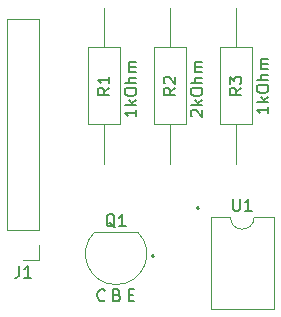
<source format=gto>
%TF.GenerationSoftware,KiCad,Pcbnew,(6.0.6)*%
%TF.CreationDate,2022-06-23T13:00:25-07:00*%
%TF.ProjectId,TipBlaster_V1,54697042-6c61-4737-9465-725f56312e6b,rev?*%
%TF.SameCoordinates,Original*%
%TF.FileFunction,Legend,Top*%
%TF.FilePolarity,Positive*%
%FSLAX46Y46*%
G04 Gerber Fmt 4.6, Leading zero omitted, Abs format (unit mm)*
G04 Created by KiCad (PCBNEW (6.0.6)) date 2022-06-23 13:00:25*
%MOMM*%
%LPD*%
G01*
G04 APERTURE LIST*
%ADD10C,0.250000*%
%ADD11C,0.150000*%
%ADD12C,0.120000*%
%ADD13O,1.600000X1.600000*%
%ADD14R,1.600000X1.600000*%
%ADD15C,1.600000*%
%ADD16O,1.050000X1.500000*%
%ADD17R,1.050000X1.500000*%
%ADD18R,1.700000X1.700000*%
%ADD19O,1.700000X1.700000*%
G04 APERTURE END LIST*
D10*
X14478000Y-24487142D02*
X14525619Y-24534761D01*
X14478000Y-24582380D01*
X14430380Y-24534761D01*
X14478000Y-24487142D01*
X14478000Y-24582380D01*
X18288000Y-20423142D02*
X18335619Y-20470761D01*
X18288000Y-20518380D01*
X18240380Y-20470761D01*
X18288000Y-20423142D01*
X18288000Y-20518380D01*
D11*
X12485714Y-27868571D02*
X12819047Y-27868571D01*
X12961904Y-28392380D02*
X12485714Y-28392380D01*
X12485714Y-27392380D01*
X12961904Y-27392380D01*
X11501428Y-27868571D02*
X11644285Y-27916190D01*
X11691904Y-27963809D01*
X11739523Y-28059047D01*
X11739523Y-28201904D01*
X11691904Y-28297142D01*
X11644285Y-28344761D01*
X11549047Y-28392380D01*
X11168095Y-28392380D01*
X11168095Y-27392380D01*
X11501428Y-27392380D01*
X11596666Y-27440000D01*
X11644285Y-27487619D01*
X11691904Y-27582857D01*
X11691904Y-27678095D01*
X11644285Y-27773333D01*
X11596666Y-27820952D01*
X11501428Y-27868571D01*
X11168095Y-27868571D01*
X10469523Y-28297142D02*
X10421904Y-28344761D01*
X10279047Y-28392380D01*
X10183809Y-28392380D01*
X10040952Y-28344761D01*
X9945714Y-28249523D01*
X9898095Y-28154285D01*
X9850476Y-27963809D01*
X9850476Y-27820952D01*
X9898095Y-27630476D01*
X9945714Y-27535238D01*
X10040952Y-27440000D01*
X10183809Y-27392380D01*
X10279047Y-27392380D01*
X10421904Y-27440000D01*
X10469523Y-27487619D01*
X24328380Y-11921904D02*
X24328380Y-12493333D01*
X24328380Y-12207619D02*
X23328380Y-12207619D01*
X23471238Y-12302857D01*
X23566476Y-12398095D01*
X23614095Y-12493333D01*
X24328380Y-11493333D02*
X23328380Y-11493333D01*
X23947428Y-11398095D02*
X24328380Y-11112380D01*
X23661714Y-11112380D02*
X24042666Y-11493333D01*
X23328380Y-10493333D02*
X23328380Y-10302857D01*
X23376000Y-10207619D01*
X23471238Y-10112380D01*
X23661714Y-10064761D01*
X23995047Y-10064761D01*
X24185523Y-10112380D01*
X24280761Y-10207619D01*
X24328380Y-10302857D01*
X24328380Y-10493333D01*
X24280761Y-10588571D01*
X24185523Y-10683809D01*
X23995047Y-10731428D01*
X23661714Y-10731428D01*
X23471238Y-10683809D01*
X23376000Y-10588571D01*
X23328380Y-10493333D01*
X24328380Y-9636190D02*
X23328380Y-9636190D01*
X24328380Y-9207619D02*
X23804571Y-9207619D01*
X23709333Y-9255238D01*
X23661714Y-9350476D01*
X23661714Y-9493333D01*
X23709333Y-9588571D01*
X23756952Y-9636190D01*
X24328380Y-8731428D02*
X23661714Y-8731428D01*
X23756952Y-8731428D02*
X23709333Y-8683809D01*
X23661714Y-8588571D01*
X23661714Y-8445714D01*
X23709333Y-8350476D01*
X23804571Y-8302857D01*
X24328380Y-8302857D01*
X23804571Y-8302857D02*
X23709333Y-8255238D01*
X23661714Y-8160000D01*
X23661714Y-8017142D01*
X23709333Y-7921904D01*
X23804571Y-7874285D01*
X24328380Y-7874285D01*
X17835619Y-12747333D02*
X17788000Y-12699714D01*
X17740380Y-12604476D01*
X17740380Y-12366380D01*
X17788000Y-12271142D01*
X17835619Y-12223523D01*
X17930857Y-12175904D01*
X18026095Y-12175904D01*
X18168952Y-12223523D01*
X18740380Y-12794952D01*
X18740380Y-12175904D01*
X18740380Y-11747333D02*
X17740380Y-11747333D01*
X18359428Y-11652095D02*
X18740380Y-11366380D01*
X18073714Y-11366380D02*
X18454666Y-11747333D01*
X17740380Y-10747333D02*
X17740380Y-10556857D01*
X17788000Y-10461619D01*
X17883238Y-10366380D01*
X18073714Y-10318761D01*
X18407047Y-10318761D01*
X18597523Y-10366380D01*
X18692761Y-10461619D01*
X18740380Y-10556857D01*
X18740380Y-10747333D01*
X18692761Y-10842571D01*
X18597523Y-10937809D01*
X18407047Y-10985428D01*
X18073714Y-10985428D01*
X17883238Y-10937809D01*
X17788000Y-10842571D01*
X17740380Y-10747333D01*
X18740380Y-9890190D02*
X17740380Y-9890190D01*
X18740380Y-9461619D02*
X18216571Y-9461619D01*
X18121333Y-9509238D01*
X18073714Y-9604476D01*
X18073714Y-9747333D01*
X18121333Y-9842571D01*
X18168952Y-9890190D01*
X18740380Y-8985428D02*
X18073714Y-8985428D01*
X18168952Y-8985428D02*
X18121333Y-8937809D01*
X18073714Y-8842571D01*
X18073714Y-8699714D01*
X18121333Y-8604476D01*
X18216571Y-8556857D01*
X18740380Y-8556857D01*
X18216571Y-8556857D02*
X18121333Y-8509238D01*
X18073714Y-8414000D01*
X18073714Y-8271142D01*
X18121333Y-8175904D01*
X18216571Y-8128285D01*
X18740380Y-8128285D01*
X13152380Y-12175904D02*
X13152380Y-12747333D01*
X13152380Y-12461619D02*
X12152380Y-12461619D01*
X12295238Y-12556857D01*
X12390476Y-12652095D01*
X12438095Y-12747333D01*
X13152380Y-11747333D02*
X12152380Y-11747333D01*
X12771428Y-11652095D02*
X13152380Y-11366380D01*
X12485714Y-11366380D02*
X12866666Y-11747333D01*
X12152380Y-10747333D02*
X12152380Y-10556857D01*
X12200000Y-10461619D01*
X12295238Y-10366380D01*
X12485714Y-10318761D01*
X12819047Y-10318761D01*
X13009523Y-10366380D01*
X13104761Y-10461619D01*
X13152380Y-10556857D01*
X13152380Y-10747333D01*
X13104761Y-10842571D01*
X13009523Y-10937809D01*
X12819047Y-10985428D01*
X12485714Y-10985428D01*
X12295238Y-10937809D01*
X12200000Y-10842571D01*
X12152380Y-10747333D01*
X13152380Y-9890190D02*
X12152380Y-9890190D01*
X13152380Y-9461619D02*
X12628571Y-9461619D01*
X12533333Y-9509238D01*
X12485714Y-9604476D01*
X12485714Y-9747333D01*
X12533333Y-9842571D01*
X12580952Y-9890190D01*
X13152380Y-8985428D02*
X12485714Y-8985428D01*
X12580952Y-8985428D02*
X12533333Y-8937809D01*
X12485714Y-8842571D01*
X12485714Y-8699714D01*
X12533333Y-8604476D01*
X12628571Y-8556857D01*
X13152380Y-8556857D01*
X12628571Y-8556857D02*
X12533333Y-8509238D01*
X12485714Y-8414000D01*
X12485714Y-8271142D01*
X12533333Y-8175904D01*
X12628571Y-8128285D01*
X13152380Y-8128285D01*
X21346095Y-19743380D02*
X21346095Y-20552904D01*
X21393714Y-20648142D01*
X21441333Y-20695761D01*
X21536571Y-20743380D01*
X21727047Y-20743380D01*
X21822285Y-20695761D01*
X21869904Y-20648142D01*
X21917523Y-20552904D01*
X21917523Y-19743380D01*
X22917523Y-20743380D02*
X22346095Y-20743380D01*
X22631809Y-20743380D02*
X22631809Y-19743380D01*
X22536571Y-19886238D01*
X22441333Y-19981476D01*
X22346095Y-20029095D01*
X22042380Y-10326666D02*
X21566190Y-10660000D01*
X22042380Y-10898095D02*
X21042380Y-10898095D01*
X21042380Y-10517142D01*
X21090000Y-10421904D01*
X21137619Y-10374285D01*
X21232857Y-10326666D01*
X21375714Y-10326666D01*
X21470952Y-10374285D01*
X21518571Y-10421904D01*
X21566190Y-10517142D01*
X21566190Y-10898095D01*
X21042380Y-9993333D02*
X21042380Y-9374285D01*
X21423333Y-9707619D01*
X21423333Y-9564761D01*
X21470952Y-9469523D01*
X21518571Y-9421904D01*
X21613809Y-9374285D01*
X21851904Y-9374285D01*
X21947142Y-9421904D01*
X21994761Y-9469523D01*
X22042380Y-9564761D01*
X22042380Y-9850476D01*
X21994761Y-9945714D01*
X21947142Y-9993333D01*
X16454380Y-10326666D02*
X15978190Y-10660000D01*
X16454380Y-10898095D02*
X15454380Y-10898095D01*
X15454380Y-10517142D01*
X15502000Y-10421904D01*
X15549619Y-10374285D01*
X15644857Y-10326666D01*
X15787714Y-10326666D01*
X15882952Y-10374285D01*
X15930571Y-10421904D01*
X15978190Y-10517142D01*
X15978190Y-10898095D01*
X15549619Y-9945714D02*
X15502000Y-9898095D01*
X15454380Y-9802857D01*
X15454380Y-9564761D01*
X15502000Y-9469523D01*
X15549619Y-9421904D01*
X15644857Y-9374285D01*
X15740095Y-9374285D01*
X15882952Y-9421904D01*
X16454380Y-9993333D01*
X16454380Y-9374285D01*
X10866380Y-10326666D02*
X10390190Y-10660000D01*
X10866380Y-10898095D02*
X9866380Y-10898095D01*
X9866380Y-10517142D01*
X9914000Y-10421904D01*
X9961619Y-10374285D01*
X10056857Y-10326666D01*
X10199714Y-10326666D01*
X10294952Y-10374285D01*
X10342571Y-10421904D01*
X10390190Y-10517142D01*
X10390190Y-10898095D01*
X10866380Y-9374285D02*
X10866380Y-9945714D01*
X10866380Y-9660000D02*
X9866380Y-9660000D01*
X10009238Y-9755238D01*
X10104476Y-9850476D01*
X10152095Y-9945714D01*
X11334761Y-22137619D02*
X11239523Y-22090000D01*
X11144285Y-21994761D01*
X11001428Y-21851904D01*
X10906190Y-21804285D01*
X10810952Y-21804285D01*
X10858571Y-22042380D02*
X10763333Y-21994761D01*
X10668095Y-21899523D01*
X10620476Y-21709047D01*
X10620476Y-21375714D01*
X10668095Y-21185238D01*
X10763333Y-21090000D01*
X10858571Y-21042380D01*
X11049047Y-21042380D01*
X11144285Y-21090000D01*
X11239523Y-21185238D01*
X11287142Y-21375714D01*
X11287142Y-21709047D01*
X11239523Y-21899523D01*
X11144285Y-21994761D01*
X11049047Y-22042380D01*
X10858571Y-22042380D01*
X12239523Y-22042380D02*
X11668095Y-22042380D01*
X11953809Y-22042380D02*
X11953809Y-21042380D01*
X11858571Y-21185238D01*
X11763333Y-21280476D01*
X11668095Y-21328095D01*
X3222666Y-25389380D02*
X3222666Y-26103666D01*
X3175047Y-26246523D01*
X3079809Y-26341761D01*
X2936952Y-26389380D01*
X2841714Y-26389380D01*
X4222666Y-26389380D02*
X3651238Y-26389380D01*
X3936952Y-26389380D02*
X3936952Y-25389380D01*
X3841714Y-25532238D01*
X3746476Y-25627476D01*
X3651238Y-25675095D01*
D12*
X21108000Y-21291000D02*
G75*
G03*
X23108000Y-21291000I1000000J0D01*
G01*
X21108000Y-21291000D02*
X19458000Y-21291000D01*
X19458000Y-29031000D02*
X24758000Y-29031000D01*
X19458000Y-21291000D02*
X19458000Y-29031000D01*
X24758000Y-29031000D02*
X24758000Y-21291000D01*
X24758000Y-21291000D02*
X23108000Y-21291000D01*
X21590000Y-16740000D02*
X21590000Y-13430000D01*
X20220000Y-13430000D02*
X22960000Y-13430000D01*
X22960000Y-13430000D02*
X22960000Y-6890000D01*
X20220000Y-6890000D02*
X20220000Y-13430000D01*
X21590000Y-3580000D02*
X21590000Y-6890000D01*
X22960000Y-6890000D02*
X20220000Y-6890000D01*
X16002000Y-3580000D02*
X16002000Y-6890000D01*
X17372000Y-6890000D02*
X14632000Y-6890000D01*
X14632000Y-6890000D02*
X14632000Y-13430000D01*
X17372000Y-13430000D02*
X17372000Y-6890000D01*
X16002000Y-16740000D02*
X16002000Y-13430000D01*
X14632000Y-13430000D02*
X17372000Y-13430000D01*
X11784000Y-6890000D02*
X9044000Y-6890000D01*
X10414000Y-3580000D02*
X10414000Y-6890000D01*
X9044000Y-6890000D02*
X9044000Y-13430000D01*
X11784000Y-13430000D02*
X11784000Y-6890000D01*
X9044000Y-13430000D02*
X11784000Y-13430000D01*
X10414000Y-16740000D02*
X10414000Y-13430000D01*
X11430000Y-26984001D02*
G75*
G03*
X13268478Y-22545522I0J2600001D01*
G01*
X9591522Y-22545522D02*
G75*
G03*
X11430000Y-26984000I1838478J-1838478D01*
G01*
X13230000Y-22534000D02*
X9630000Y-22534000D01*
X4886000Y-22337000D02*
X2226000Y-22337000D01*
X4886000Y-4497000D02*
X2226000Y-4497000D01*
X4886000Y-22337000D02*
X4886000Y-4497000D01*
X4886000Y-23607000D02*
X4886000Y-24937000D01*
X2226000Y-22337000D02*
X2226000Y-4497000D01*
X4886000Y-24937000D02*
X3556000Y-24937000D01*
%LPC*%
D13*
X25918000Y-22621000D03*
X25918000Y-25161000D03*
X25918000Y-27701000D03*
X18298000Y-27701000D03*
X18298000Y-25161000D03*
D14*
X18298000Y-22621000D03*
D13*
X21590000Y-2540000D03*
D15*
X21590000Y-17780000D03*
D13*
X16002000Y-17780000D03*
D15*
X16002000Y-2540000D03*
X10414000Y-17780000D03*
D13*
X10414000Y-2540000D03*
D16*
X10160000Y-24384000D03*
X11430000Y-24384000D03*
D17*
X12700000Y-24384000D03*
D18*
X3556000Y-23607000D03*
D19*
X3556000Y-21067000D03*
X3556000Y-18527000D03*
X3556000Y-15987000D03*
X3556000Y-13447000D03*
X3556000Y-10907000D03*
X3556000Y-8367000D03*
X3556000Y-5827000D03*
M02*

</source>
